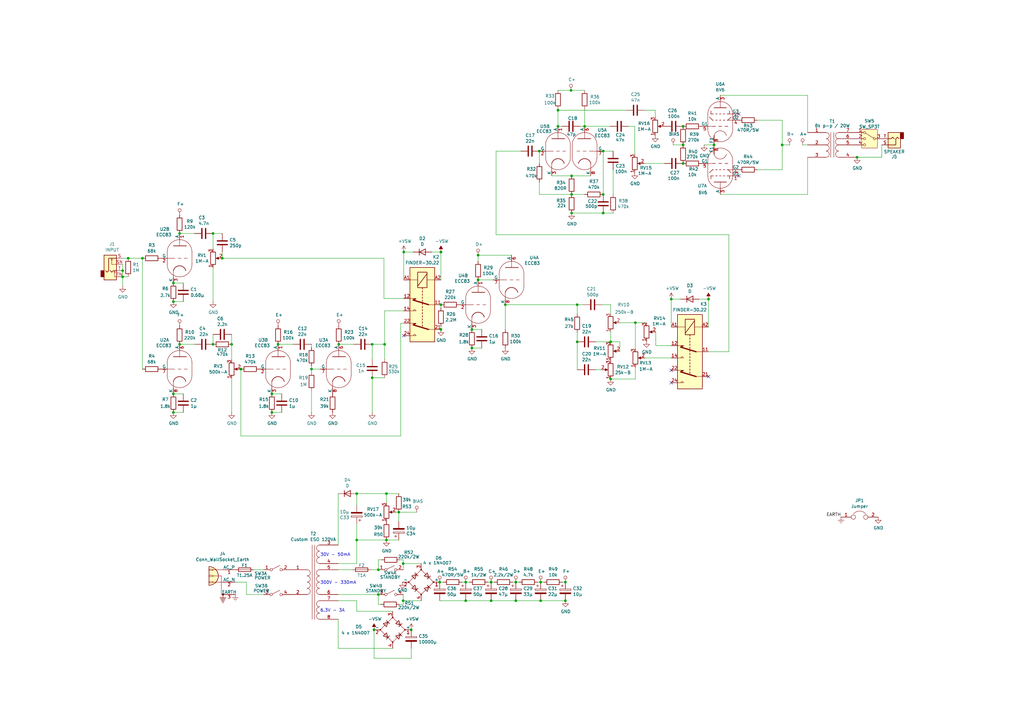
<source format=kicad_sch>
(kicad_sch (version 20250114) (generator "eeschema") (generator_version "9.0")
  (paper "A3")
  (title_block (title "Dirty Greed") (date "2025-03-09") (rev "0") (company "A-wai Amplification"))
  (lib_symbols
    (symbol "Connector:AudioJack2"
      (property "Reference" "J" (at 0 8.89 0))
      (property "Value" "Connector_AudioJack2" (at 0 6.35 0))
      (symbol "AudioJack2_1_1"
        (pin passive line (at 5.08 2.54 180) (length 2.54) (name "~") (number "S"))
        (pin passive line (at 5.08 0 180) (length 2.54) (name "~") (number "T"))
      )
    )
    (symbol "Connector:AudioJack2_Switch"
      (property "Reference" "J" (at 0 11.43 0))
      (property "Value" "Connector_AudioJack2_Switch" (at 0 8.89 0))
      (symbol "AudioJack2_Switch_1_1"
        (pin passive line (at 5.08 5.08 180) (length 2.54) (name "~") (number "S"))
        (pin passive line (at 5.08 2.54 180) (length 2.54) (name "~") (number "SN"))
        (pin passive line (at 5.08 0 180) (length 2.54) (name "~") (number "T"))
        (pin passive line (at 5.08 -2.54 180) (length 2.54) (name "~") (number "TN"))
      )
    )
    (symbol "Connector:Conn_WallSocket_Earth" (pin_names (offset 0))
      (property "Reference" "J" (at 3.81 6.985 0))
      (property "Value" "Connector_Conn_WallSocket_Earth" (at 7.62 2.54 90))
      (symbol "Conn_WallSocket_Earth_1_1"
        (pin power_in line (at -5.08 5.08 0) (length 5.08) (name "AC_P") (number "1"))
        (pin power_in line (at -5.08 0 0) (length 5.08) (name "AC_N") (number "2"))
        (pin passive line (at -5.08 -5.08 0) (length 5.08) (name "EARTH") (number "3"))
      )
    )
    (symbol "Device:C" (pin_numbers (hide yes)) (pin_names (offset 0.254))
      (property "Reference" "C" (at 0.635 2.54 0))
      (property "Value" "C" (at 0.635 -2.54 0))
      (symbol "C_1_1"
        (pin passive line (at 0 3.81 270) (length 2.794) (name "~") (number "1"))
        (pin passive line (at 0 -3.81 90) (length 2.794) (name "~") (number "2"))
      )
    )
    (symbol "Device:CP" (pin_numbers (hide yes)) (pin_names (offset 0.254))
      (property "Reference" "C" (at 0.635 2.54 0))
      (property "Value" "Device_CP" (at 0.635 -2.54 0))
      (symbol "CP_1_1"
        (pin passive line (at 0 3.81 270) (length 2.794) (name "~") (number "1"))
        (pin passive line (at 0 -3.81 90) (length 2.794) (name "~") (number "2"))
      )
    )
    (symbol "Device:D" (pin_numbers (hide yes)) (pin_names (offset 1.016) (hide yes))
      (property "Reference" "D" (at 0 2.54 0))
      (property "Value" "D" (at 0 -2.54 0))
      (symbol "D_1_1"
        (pin passive line (at -3.81 0 0) (length 2.54) (name "K") (number "1"))
        (pin passive line (at 3.81 0 180) (length 2.54) (name "A") (number "2"))
      )
    )
    (symbol "Device:D_Bridge_+-AA" (pin_names (offset 0))
      (property "Reference" "D" (at 2.54 6.985 0))
      (property "Value" "D_Bridge_+-AA" (at 2.54 5.08 0))
      (symbol "D_Bridge_+-AA_1_1"
        (pin passive line (at -7.62 0 0) (length 2.54) (name "-") (number "2"))
        (pin passive line (at 0 7.62 270) (length 2.54) (name "~") (number "3"))
        (pin passive line (at 0 -7.62 90) (length 2.54) (name "~") (number "4"))
        (pin passive line (at 7.62 0 180) (length 2.54) (name "+") (number "1"))
      )
    )
    (symbol "Device:Fuse" (pin_numbers (hide yes)) (pin_names (offset 0))
      (property "Reference" "F" (at 2.032 0 90))
      (property "Value" "Fuse" (at -1.905 0 90))
      (symbol "Fuse_1_1"
        (pin passive line (at 0 3.81 270) (length 1.27) (name "~") (number "1"))
        (pin passive line (at 0 -3.81 90) (length 1.27) (name "~") (number "2"))
      )
    )
    (symbol "Device:Jumper" (pin_names (offset 0.762) (hide yes))
      (property "Reference" "JP" (at 0 3.81 0))
      (property "Value" "Device_Jumper" (at 0 -2.032 0))
      (symbol "Jumper_0_1"
        (pin passive line (at -7.62 0 0) (length 4.191) (name "1") (number "1"))
        (pin passive line (at 7.62 0 180) (length 4.191) (name "2") (number "2"))
      )
    )
    (symbol "Device:R" (pin_numbers (hide yes)) (pin_names (offset 0))
      (property "Reference" "R" (at 2.032 0 90))
      (property "Value" "R" (at 0 0 90))
      (symbol "R_1_1"
        (pin passive line (at 0 3.81 270) (length 1.27) (name "~") (number "1"))
        (pin passive line (at 0 -3.81 90) (length 1.27) (name "~") (number "2"))
      )
    )
    (symbol "Device:R_POT" (pin_names (offset 1.016) (hide yes))
      (property "Reference" "RV" (at -4.445 0 90))
      (property "Value" "Device_R_POT" (at -2.54 0 90))
      (symbol "R_POT_1_1"
        (pin passive line (at 0 3.81 270) (length 1.27) (name "1") (number "1"))
        (pin passive line (at 0 -3.81 90) (length 1.27) (name "3") (number "3"))
        (pin passive line (at 3.81 0 180) (length 1.27) (name "2") (number "2"))
      )
    )
    (symbol "Project:A+" (power) (pin_names (offset 0))
      (property "Value" "A+" (at 0 3.81 0))
      (symbol "A+_1_1"
        (pin power_in line (at 0 0 90) (length 0) (hide yes) (name "A+") (number "1"))
      )
    )
    (symbol "Project:B+" (power) (pin_names (offset 0))
      (property "Value" "B+" (at 0 3.81 0))
      (symbol "B+_1_1"
        (pin power_in line (at 0 0 90) (length 0) (hide yes) (name "B+") (number "1"))
      )
    )
    (symbol "Project:BIAS" (power) (pin_names (offset 0))
      (property "Value" "BIAS" (at 0 3.81 0))
      (symbol "BIAS_1_1"
        (pin power_in line (at 0 0 90) (length 0) (hide yes) (name "BIAS") (number "1"))
      )
    )
    (symbol "Project:C+" (power) (pin_names (offset 0))
      (property "Value" "C+" (at 0 3.81 0))
      (symbol "C+_1_1"
        (pin power_in line (at 0 0 90) (length 0) (hide yes) (name "C+") (number "1"))
      )
    )
    (symbol "Project:D+" (power) (pin_names (offset 0))
      (property "Value" "D+" (at 0 3.81 0))
      (symbol "D+_1_1"
        (pin power_in line (at 0 0 90) (length 0) (hide yes) (name "D+") (number "1"))
      )
    )
    (symbol "Project:E+" (power) (pin_names (offset 0))
      (property "Value" "E+" (at 0 3.81 0))
      (symbol "E+_1_1"
        (pin power_in line (at 0 0 90) (length 0) (hide yes) (name "E+") (number "1"))
      )
    )
    (symbol "Project:F+" (power) (pin_names (offset 0))
      (property "Value" "F+" (at 0 3.81 0))
      (symbol "F+_1_1"
        (pin power_in line (at 0 0 90) (length 0) (hide yes) (name "F+") (number "1"))
      )
    )
    (symbol "Project:Transformer_1P_3S" (pin_names (offset 1.016) (hide yes))
      (property "Reference" "T" (at 0 17.78 0))
      (property "Value" "Transformer_1P_3S" (at 0 -17.526 0))
      (symbol "Transformer_1P_3S_1_1"
        (pin passive line (at -10.16 5.08 0) (length 7.62) (name "AA") (number "1"))
        (pin passive line (at -10.16 -5.08 0) (length 7.62) (name "AB") (number "2"))
        (pin passive line (at 10.16 15.24 180) (length 7.62) (name "SA") (number "3"))
        (pin passive line (at 10.16 7.62 180) (length 7.62) (name "SB") (number "4"))
        (pin passive line (at 10.16 5.08 180) (length 7.62) (name "SC") (number "5"))
        (pin passive line (at 10.16 -5.08 180) (length 7.62) (name "SD") (number "6"))
        (pin passive line (at 10.16 -7.62 180) (length 7.62) (name "SE") (number "7"))
        (pin passive line (at 10.16 -15.24 180) (length 7.62) (name "SF") (number "8"))
      )
    )
    (symbol "Project:Transformer_SP_S2S" (pin_names (offset 1.016) (hide yes))
      (property "Reference" "T" (at 0 6.35 0))
      (property "Value" "Transformer_SP_S2S" (at 0 -7.62 0))
      (symbol "Transformer_SP_S2S_1_1"
        (pin passive line (at -10.16 5.08 0) (length 7.62) (name "PR1") (number "1"))
        (pin passive line (at -10.16 0 0) (length 7.62) (name "PM") (number "2"))
        (pin passive line (at -10.16 -5.08 0) (length 7.62) (name "PR2") (number "3"))
        (pin passive line (at 10.16 5.08 180) (length 7.62) (name "S4") (number "7"))
        (pin passive line (at 10.16 2.54 180) (length 7.62) (name "S3") (number "6"))
        (pin passive line (at 10.16 0 180) (length 7.62) (name "S2") (number "5"))
        (pin passive line (at 10.16 -5.08 180) (length 7.62) (name "S1") (number "4"))
      )
    )
    (symbol "Relay:FINDER-30.22"
      (property "Reference" "K" (at 16.51 3.81 0))
      (property "Value" "FINDER-30.22" (at 16.51 1.27 0))
      (symbol "FINDER-30.22_1_1"
        (pin passive line (at -10.16 7.62 270) (length 2.54) (name "~") (number "A1"))
        (pin passive line (at -10.16 -7.62 90) (length 2.54) (name "~") (number "A2"))
        (pin passive line (at -2.54 7.62 270) (length 2.54) (name "~") (number "12"))
        (pin passive line (at 0 -7.62 90) (length 2.54) (name "~") (number "11"))
        (pin passive line (at 2.54 7.62 270) (length 2.54) (name "~") (number "14"))
        (pin passive line (at 7.62 7.62 270) (length 2.54) (name "~") (number "22"))
        (pin passive line (at 10.16 -7.62 90) (length 2.54) (name "~") (number "21"))
        (pin passive line (at 12.7 7.62 270) (length 2.54) (name "~") (number "24"))
      )
    )
    (symbol "Switch:SW_DPST_x2" (pin_names (offset 0) (hide yes))
      (property "Reference" "SW" (at 0 3.175 0))
      (property "Value" "SW_DPST_x2" (at 0 -2.54 0))
      (symbol "SW_DPST_x2_1_1"
        (pin passive line (at -5.08 0 0) (length 2.54) (name "A") (number "1"))
        (pin passive line (at 5.08 0 180) (length 2.54) (name "B") (number "2"))
      )
      (symbol "SW_DPST_x2_2_1"
        (pin passive line (at -5.08 0 0) (length 2.54) (name "A") (number "3"))
        (pin passive line (at 5.08 0 180) (length 2.54) (name "B") (number "4"))
      )
    )
    (symbol "Switch:SW_SP3T" (pin_names (offset 0) (hide yes))
      (property "Reference" "SW" (at 0 5.08 0))
      (property "Value" "SW_SP3T" (at 0 -5.08 0))
      (symbol "SW_SP3T_1_1"
        (pin passive line (at -5.08 0 0) (length 2.54) (name "3") (number "3"))
        (pin passive line (at 5.08 2.54 180) (length 2.54) (name "1") (number "1"))
        (pin passive line (at 5.08 0 180) (length 2.54) (name "2") (number "2"))
        (pin passive line (at 5.08 -2.54 180) (length 2.54) (name "4") (number "4"))
      )
    )
    (symbol "Valve:ECC83" (pin_names (offset 0))
      (property "Reference" "U" (at 3.302 7.874 0))
      (property "Value" "ECC83" (at 8.89 -7.62 0))
      (symbol "ECC83_1_1"
        (pin input line (at -7.62 0 0) (length 2.54) (name "G") (number "7"))
        (pin bidirectional line (at -2.54 -10.16 90) (length 2.54) (name "K") (number "8"))
        (pin output line (at 0 10.16 270) (length 2.54) (name "A") (number "6"))
      )
      (symbol "ECC83_2_1"
        (pin input line (at -7.62 0 0) (length 2.54) (name "G") (number "2"))
        (pin bidirectional line (at -2.54 -10.16 90) (length 2.54) (name "K") (number "3"))
        (pin output line (at 0 10.16 270) (length 2.54) (name "A") (number "1"))
      )
      (symbol "ECC83_3_1"
        (pin power_in line (at -2.54 -11.43 90) (length 5.08) (name "F1") (number "4"))
        (pin power_in line (at 0 -11.43 90) (length 5.08) (name "F2") (number "9"))
        (pin power_in line (at 2.54 -11.43 90) (length 5.08) (name "F1") (number "5"))
      )
    )
    (symbol "Valve:EL34" (pin_names (offset 0))
      (property "Reference" "U" (at 5.08 8.89 0))
      (property "Value" "EL34" (at 6.35 -7.62 0))
      (symbol "EL34_1_1"
        (pin input line (at -7.62 -1.27 0) (length 2.54) (name "G1") (number "5"))
        (pin power_in line (at -2.54 -8.89 90) (length 3.81) (name "F1") (number "8"))
        (pin output line (at 0 11.43 270) (length 2.54) (name "A") (number "3"))
        (pin input line (at 7.62 3.81 180) (length 2.54) (name "G3") (number "1"))
        (pin input line (at 7.62 1.27 180) (length 2.54) (name "G2") (number "4"))
      )
      (symbol "EL34_2_1"
        (pin power_in line (at -2.54 -10.16 90) (length 3.81) (name "F1") (number "2"))
        (pin power_in line (at 2.54 -10.16 90) (length 3.81) (name "F2") (number "7"))
      )
    )
    (symbol "power:+VSW" (power) (pin_numbers (hide yes)) (pin_names (offset 0) (hide yes))
      (property "Value" "+VSW" (at 0 3.556 0))
      (symbol "+VSW_1_1"
        (pin power_in line (at 0 0 90) (length 0) (name "~") (number "1"))
      )
    )
    (symbol "power:-VSW" (power) (pin_numbers (hide yes)) (pin_names (offset 0) (hide yes))
      (property "Value" "-VSW" (at 0 3.556 0))
      (symbol "-VSW_0_0"
        (pin power_in line (at 0 0 90) (length 0) (name "~") (number "1"))
      )
    )
    (symbol "power:Earth" (power) (pin_numbers (hide yes)) (pin_names (offset 0) (hide yes))
      (property "Value" "Earth" (at 0 -3.81 0))
      (symbol "Earth_1_1"
        (pin power_in line (at 0 0 270) (length 0) (name "~") (number "1"))
      )
    )
    (symbol "power:GND" (power) (pin_numbers (hide yes)) (pin_names (offset 0) (hide yes))
      (property "Value" "GND" (at 0 -3.81 0))
      (symbol "GND_1_1"
        (pin power_in line (at 0 0 270) (length 0) (name "~") (number "1"))
      )
    )
  )
  (text "300V - 330mA" (at 131.318 239.776 0) (effects (font (size 1.27 1.27)) (justify left bottom)))
  (text "30V - 50mA" (at 131.318 228.346 0) (effects (font (size 1.27 1.27)) (justify left bottom)))
  (text "6.3V - 3A" (at 131.318 251.206 0) (effects (font (size 1.27 1.27)) (justify left bottom)))
  (junction (at 58.42 105.918))
  (junction (at 292.862 59.436))
  (junction (at 290.576 122.682))
  (junction (at 73.66 141.224))
  (junction (at 275.336 122.682))
  (junction (at 71.12 116.078))
  (junction (at 211.582 238.76))
  (junction (at 146.304 202.438))
  (junction (at 351.536 64.516))
  (junction (at 201.422 238.76))
  (junction (at 138.938 141.224))
  (junction (at 180.848 124.968))
  (junction (at 320.802 59.436))
  (junction (at 231.902 246.38))
  (junction (at 153.416 258.318))
  (junction (at 152.654 154.94))
  (junction (at 168.656 258.318))
  (junction (at 228.854 51.816))
  (junction (at 111.506 161.544))
  (junction (at 165.608 103.378))
  (junction (at 280.162 59.436))
  (junction (at 71.12 161.544))
  (junction (at 250.444 140.208))
  (junction (at 111.506 169.164))
  (junction (at 180.34 238.76))
  (junction (at 158.496 221.488))
  (junction (at 127.762 151.384))
  (junction (at 163.576 210.058))
  (junction (at 221.742 238.76))
  (junction (at 114.046 141.224))
  (junction (at 234.188 37.084))
  (junction (at 236.728 140.208))
  (junction (at 196.088 114.808))
  (junction (at 165.354 231.14))
  (junction (at 228.854 45.212))
  (junction (at 50.292 113.538))
  (junction (at 87.376 141.224))
  (junction (at 247.396 79.756))
  (junction (at 234.442 87.376))
  (junction (at 71.12 123.698))
  (junction (at 87.376 95.758))
  (junction (at 180.848 103.378))
  (junction (at 157.734 141.224))
  (junction (at 50.292 110.998))
  (junction (at 234.442 79.756))
  (junction (at 193.548 135.128))
  (junction (at 280.162 51.816))
  (junction (at 94.996 141.224))
  (junction (at 239.776 51.816))
  (junction (at 247.396 87.376))
  (junction (at 260.604 132.334))
  (junction (at 146.304 221.488))
  (junction (at 73.66 95.758))
  (junction (at 155.194 243.84))
  (junction (at 193.548 142.748))
  (junction (at 250.444 155.448))
  (junction (at 211.582 246.38))
  (junction (at 158.496 202.438))
  (junction (at 191.008 246.38))
  (junction (at 280.162 67.056))
  (junction (at 155.194 233.68))
  (junction (at 247.396 61.976))
  (junction (at 152.654 141.224))
  (junction (at 221.742 246.38))
  (junction (at 236.728 124.968))
  (junction (at 221.234 61.976))
  (junction (at 201.422 246.38))
  (junction (at 180.848 135.128))
  (junction (at 91.186 105.918))
  (junction (at 71.12 169.164))
  (junction (at 165.354 246.38))
  (junction (at 231.902 238.76))
  (junction (at 98.806 151.384))
  (junction (at 196.088 104.648))
  (junction (at 191.008 238.76))
  (junction (at 234.442 72.136))
  (junction (at 207.264 124.968))
  (junction (at 52.578 105.918))
  (no_connect (at 275.336 151.892))
  (no_connect (at 303.022 72.136))
  (no_connect (at 165.608 137.668))
  (no_connect (at 290.576 154.432))
  (no_connect (at 303.022 46.736))
  (no_connect (at 275.336 156.972))
  (wire (pts (xy 295.402 79.756) (xy 331.216 79.756)))
  (wire (pts (xy 247.396 87.376) (xy 251.46 87.376)))
  (wire (pts (xy 127.762 152.654) (xy 127.762 151.384)))
  (wire (pts (xy 101.092 238.76) (xy 101.092 243.84)))
  (wire (pts (xy 260.35 51.816) (xy 260.35 63.246)))
  (wire (pts (xy 268.986 136.144) (xy 268.986 141.732)))
  (wire (pts (xy 138.684 223.52) (xy 138.684 202.438)))
  (wire (pts (xy 228.854 44.704) (xy 228.854 45.212)))
  (wire (pts (xy 298.958 96.266) (xy 203.454 96.266)))
  (wire (pts (xy 75.184 161.544) (xy 71.12 161.544)))
  (wire (pts (xy 228.854 45.212) (xy 228.854 51.816)))
  (wire (pts (xy 331.216 39.116) (xy 295.402 39.116)))
  (wire (pts (xy 236.728 124.968) (xy 236.728 128.778)))
  (wire (pts (xy 165.354 247.904) (xy 165.354 246.38)))
  (wire (pts (xy 268.986 141.732) (xy 275.336 141.732)))
  (wire (pts (xy 180.848 133.858) (xy 180.848 135.128)))
  (wire (pts (xy 236.728 151.638) (xy 236.728 140.208)))
  (wire (pts (xy 202.692 238.76) (xy 201.422 238.76)))
  (wire (pts (xy 221.234 74.676) (xy 221.234 79.756)))
  (wire (pts (xy 127.762 151.384) (xy 127.762 150.114)))
  (wire (pts (xy 276.098 59.436) (xy 280.162 59.436)))
  (wire (pts (xy 138.684 233.68) (xy 144.526 233.68)))
  (wire (pts (xy 298.958 144.272) (xy 298.958 96.266)))
  (wire (pts (xy 320.802 49.276) (xy 320.802 59.436)))
  (wire (pts (xy 138.684 254) (xy 138.684 265.938)))
  (wire (pts (xy 138.684 231.14) (xy 146.304 231.14)))
  (wire (pts (xy 239.776 37.084) (xy 234.188 37.084)))
  (wire (pts (xy 168.656 265.938) (xy 168.656 270.002)))
  (wire (pts (xy 164.338 132.588) (xy 165.608 132.588)))
  (wire (pts (xy 331.216 39.116) (xy 331.216 54.356)))
  (wire (pts (xy 104.14 233.68) (xy 108.204 233.68)))
  (wire (pts (xy 114.046 141.224) (xy 120.142 141.224)))
  (wire (pts (xy 254.254 140.208) (xy 254.254 144.018)))
  (wire (pts (xy 157.48 122.428) (xy 165.608 122.428)))
  (wire (pts (xy 165.608 103.378) (xy 165.608 114.808)))
  (wire (pts (xy 155.194 229.616) (xy 156.464 229.616)))
  (wire (pts (xy 234.442 72.136) (xy 226.314 72.136)))
  (wire (pts (xy 211.582 238.76) (xy 212.852 238.76)))
  (wire (pts (xy 230.378 51.816) (xy 228.854 51.816)))
  (wire (pts (xy 91.186 105.918) (xy 157.48 105.918)))
  (wire (pts (xy 101.092 243.84) (xy 108.204 243.84)))
  (wire (pts (xy 91.186 95.758) (xy 87.376 95.758)))
  (wire (pts (xy 200.152 238.76) (xy 201.422 238.76)))
  (wire (pts (xy 50.292 105.918) (xy 52.578 105.918)))
  (wire (pts (xy 203.454 96.266) (xy 203.454 61.976)))
  (wire (pts (xy 168.656 270.002) (xy 153.416 270.002)))
  (wire (pts (xy 250.444 136.144) (xy 250.444 140.208)))
  (wire (pts (xy 221.234 67.056) (xy 221.234 61.976)))
  (wire (pts (xy 131.318 151.384) (xy 127.762 151.384)))
  (wire (pts (xy 310.642 69.596) (xy 320.802 69.596)))
  (wire (pts (xy 127.762 169.164) (xy 127.762 160.274)))
  (wire (pts (xy 237.998 51.816) (xy 239.776 51.816)))
  (wire (pts (xy 170.942 210.058) (xy 163.576 210.058)))
  (wire (pts (xy 180.848 126.238) (xy 180.848 124.968)))
  (wire (pts (xy 73.66 95.758) (xy 79.756 95.758)))
  (wire (pts (xy 196.088 104.648) (xy 209.804 104.648)))
  (wire (pts (xy 98.806 151.384) (xy 98.806 178.816)))
  (wire (pts (xy 264.16 67.056) (xy 272.542 67.056)))
  (wire (pts (xy 157.48 105.918) (xy 157.48 122.428)))
  (wire (pts (xy 210.312 238.76) (xy 211.582 238.76)))
  (wire (pts (xy 94.996 141.224) (xy 94.996 137.16)))
  (wire (pts (xy 152.654 154.94) (xy 152.654 169.164)))
  (wire (pts (xy 169.418 103.378) (xy 165.608 103.378)))
  (wire (pts (xy 236.728 124.968) (xy 239.268 124.968)))
  (wire (pts (xy 244.348 140.208) (xy 250.444 140.208)))
  (wire (pts (xy 221.234 79.756) (xy 234.442 79.756)))
  (wire (pts (xy 165.354 231.14) (xy 172.72 231.14)))
  (wire (pts (xy 250.444 140.208) (xy 254.254 140.208)))
  (wire (pts (xy 290.576 144.272) (xy 298.958 144.272)))
  (wire (pts (xy 207.264 124.968) (xy 207.264 135.128)))
  (wire (pts (xy 157.734 147.32) (xy 157.734 141.224)))
  (wire (pts (xy 50.292 110.998) (xy 50.292 113.538)))
  (wire (pts (xy 165.354 229.616) (xy 164.084 229.616)))
  (wire (pts (xy 331.216 64.516) (xy 331.216 79.756)))
  (wire (pts (xy 163.576 221.488) (xy 158.496 221.488)))
  (wire (pts (xy 94.996 147.574) (xy 94.996 141.224)))
  (wire (pts (xy 138.684 243.84) (xy 155.194 243.84)))
  (wire (pts (xy 50.292 108.458) (xy 50.292 110.998)))
  (wire (pts (xy 155.194 233.68) (xy 155.194 229.616)))
  (wire (pts (xy 75.184 116.078) (xy 71.12 116.078)))
  (wire (pts (xy 155.194 243.84) (xy 155.194 247.904)))
  (wire (pts (xy 87.376 95.758) (xy 87.376 102.108)))
  (wire (pts (xy 250.19 51.816) (xy 239.776 51.816)))
  (wire (pts (xy 111.506 169.164) (xy 115.57 169.164)))
  (wire (pts (xy 87.376 137.16) (xy 87.376 141.224)))
  (wire (pts (xy 191.008 238.76) (xy 192.532 238.76)))
  (wire (pts (xy 264.414 45.212) (xy 268.732 45.212)))
  (wire (pts (xy 138.684 265.938) (xy 161.036 265.938)))
  (wire (pts (xy 310.642 49.276) (xy 320.802 49.276)))
  (wire (pts (xy 320.802 59.436) (xy 320.802 69.596)))
  (wire (pts (xy 87.376 123.698) (xy 87.376 109.728)))
  (wire (pts (xy 203.454 61.976) (xy 213.614 61.976)))
  (wire (pts (xy 260.604 150.622) (xy 260.604 155.448)))
  (wire (pts (xy 239.776 51.816) (xy 239.776 44.704)))
  (wire (pts (xy 146.304 231.14) (xy 146.304 221.488)))
  (wire (pts (xy 251.46 69.596) (xy 251.46 79.756)))
  (wire (pts (xy 202.184 114.808) (xy 196.088 114.808)))
  (wire (pts (xy 153.416 270.002) (xy 153.416 258.318)))
  (wire (pts (xy 165.608 127.508) (xy 157.734 127.508)))
  (wire (pts (xy 220.472 238.76) (xy 221.742 238.76)))
  (wire (pts (xy 50.292 113.538) (xy 50.292 117.348)))
  (wire (pts (xy 71.12 123.698) (xy 75.184 123.698)))
  (wire (pts (xy 351.536 64.516) (xy 361.696 64.516)))
  (wire (pts (xy 177.038 103.378) (xy 180.848 103.378)))
  (wire (pts (xy 96.52 238.76) (xy 101.092 238.76)))
  (wire (pts (xy 163.576 213.868) (xy 163.576 210.058)))
  (wire (pts (xy 52.578 113.538) (xy 50.292 113.538)))
  (wire (pts (xy 58.42 105.918) (xy 58.42 151.384)))
  (wire (pts (xy 254.254 132.334) (xy 260.604 132.334)))
  (wire (pts (xy 290.576 122.682) (xy 290.576 134.112)))
  (wire (pts (xy 157.734 127.508) (xy 157.734 141.224)))
  (wire (pts (xy 163.576 202.438) (xy 158.496 202.438)))
  (wire (pts (xy 247.396 79.756) (xy 247.396 61.976)))
  (wire (pts (xy 164.338 132.588) (xy 164.338 178.816)))
  (wire (pts (xy 152.654 147.32) (xy 152.654 141.224)))
  (wire (pts (xy 163.83 247.904) (xy 165.354 247.904)))
  (wire (pts (xy 146.304 202.438) (xy 158.496 202.438)))
  (wire (pts (xy 230.632 238.76) (xy 231.902 238.76)))
  (wire (pts (xy 98.806 178.816) (xy 164.338 178.816)))
  (wire (pts (xy 361.696 59.436) (xy 361.696 64.516)))
  (wire (pts (xy 221.742 246.38) (xy 231.902 246.38)))
  (wire (pts (xy 58.42 105.918) (xy 52.578 105.918)))
  (wire (pts (xy 94.996 169.164) (xy 94.996 155.194)))
  (wire (pts (xy 152.146 233.68) (xy 155.194 233.68)))
  (wire (pts (xy 260.604 132.334) (xy 265.176 132.334)))
  (wire (pts (xy 234.442 79.756) (xy 239.776 79.756)))
  (wire (pts (xy 268.732 45.212) (xy 268.732 48.006)))
  (wire (pts (xy 236.728 136.398) (xy 236.728 140.208)))
  (wire (pts (xy 201.422 246.38) (xy 211.582 246.38)))
  (wire (pts (xy 180.848 103.378) (xy 180.848 114.808)))
  (wire (pts (xy 247.396 87.376) (xy 234.442 87.376)))
  (wire (pts (xy 221.742 238.76) (xy 223.012 238.76)))
  (wire (pts (xy 127.762 142.494) (xy 127.762 141.224)))
  (wire (pts (xy 146.304 221.488) (xy 158.496 221.488)))
  (wire (pts (xy 157.734 141.224) (xy 152.654 141.224)))
  (wire (pts (xy 73.66 141.224) (xy 79.756 141.224)))
  (wire (pts (xy 323.85 59.436) (xy 320.802 59.436)))
  (wire (pts (xy 146.304 207.264) (xy 146.304 202.438)))
  (wire (pts (xy 165.354 231.14) (xy 165.354 229.616)))
  (wire (pts (xy 234.442 72.136) (xy 242.316 72.136)))
  (wire (pts (xy 161.036 250.698) (xy 146.304 250.698)))
  (wire (pts (xy 286.766 122.682) (xy 290.576 122.682)))
  (wire (pts (xy 165.354 246.38) (xy 172.72 246.38)))
  (wire (pts (xy 250.444 128.524) (xy 250.444 124.968)))
  (wire (pts (xy 91.186 103.378) (xy 91.186 105.918)))
  (wire (pts (xy 155.194 247.904) (xy 156.21 247.904)))
  (wire (pts (xy 257.81 51.816) (xy 260.35 51.816)))
  (wire (pts (xy 234.188 37.084) (xy 228.854 37.084)))
  (wire (pts (xy 275.336 122.682) (xy 275.336 134.112)))
  (wire (pts (xy 158.496 202.438) (xy 158.496 206.248)))
  (wire (pts (xy 256.794 45.212) (xy 228.854 45.212)))
  (wire (pts (xy 189.484 238.76) (xy 191.008 238.76)))
  (wire (pts (xy 146.304 246.38) (xy 138.684 246.38)))
  (wire (pts (xy 165.354 243.84) (xy 165.354 246.38)))
  (wire (pts (xy 71.12 169.164) (xy 75.184 169.164)))
  (wire (pts (xy 244.348 151.638) (xy 246.634 151.638)))
  (wire (pts (xy 146.304 214.884) (xy 146.304 221.488)))
  (wire (pts (xy 221.742 246.38) (xy 211.582 246.38)))
  (wire (pts (xy 260.604 132.334) (xy 260.604 143.002)))
  (wire (pts (xy 115.57 161.544) (xy 111.506 161.544)))
  (wire (pts (xy 251.46 61.976) (xy 247.396 61.976)))
  (wire (pts (xy 250.444 155.448) (xy 260.604 155.448)))
  (wire (pts (xy 162.306 210.058) (xy 163.576 210.058)))
  (wire (pts (xy 197.612 135.128) (xy 193.548 135.128)))
  (wire (pts (xy 196.088 104.648) (xy 196.088 107.188)))
  (wire (pts (xy 146.304 250.698) (xy 146.304 246.38)))
  (wire (pts (xy 193.548 142.748) (xy 197.612 142.748)))
  (wire (pts (xy 191.008 246.38) (xy 201.422 246.38)))
  (wire (pts (xy 207.264 124.968) (xy 236.728 124.968)))
  (wire (pts (xy 180.34 246.38) (xy 191.008 246.38)))
  (wire (pts (xy 180.34 238.76) (xy 181.864 238.76)))
  (wire (pts (xy 138.938 141.224) (xy 145.034 141.224)))
  (wire (pts (xy 264.414 146.812) (xy 275.336 146.812)))
  (wire (pts (xy 250.444 124.968) (xy 246.888 124.968)))
  (wire (pts (xy 165.354 233.68) (xy 165.354 231.14)))
  (wire (pts (xy 329.184 59.436) (xy 331.216 59.436)))
  (wire (pts (xy 279.146 122.682) (xy 275.336 122.682)))
  (wire (pts (xy 152.654 154.94) (xy 157.734 154.94)))
  (wire (pts (xy 288.798 59.436) (xy 292.862 59.436)))
  (label "EARTH" (at 344.932 212.09 180))
  (symbol (lib_id "Valve:ECC83") (at 228.854 61.976 0) (unit 2)
    (property "Reference" "U5" (at 221.488 51.816 0) (effects (justify left)))
    (property "Value" "ECC83" (at 219.964 53.848 0) (effects (justify left)))
    (property "Footprint" "Valve:Valve_Noval_P" (effects (hide yes)))
    (property "Datasheet" "http://www.r-type.org/pdfs/ecc83.pdf" (effects (hide yes)))
  )
  (symbol (lib_id "Valve:ECC83") (at 239.776 61.976 0) (mirror y) (unit 1)
    (property "Reference" "U5" (at 248.92 53.34 0) (effects (justify left)))
    (property "Value" "ECC83" (at 250.19 55.626 0) (effects (justify left)))
    (property "Footprint" "Valve:Valve_Noval_P" (effects (hide yes)))
    (property "Datasheet" "http://www.r-type.org/pdfs/ecc83.pdf" (effects (hide yes)))
  )
  (symbol (lib_id "Connector:AudioJack2_Switch") (at 45.212 110.998 0) (unit 1)
    (property "Reference" "J1" (at 45.9994 100.1014 0))
    (property "Value" "INPUT" (at 45.9994 102.4636 0))
  )
  (symbol (lib_id "Relay:FINDER-30.22") (at 173.228 124.968 90) (mirror x) (unit 1)
    (property "Reference" "K2" (at 180.1876 105.41 90) (effects (justify left)))
    (property "Value" "FINDER-30.22" (at 180.1876 107.7722 90) (effects (justify left)))
    (property "Footprint" "Relay_THT:Relay_DPDT_Finder_30.22" (effects (hide yes)))
    (property "Datasheet" "http://gfinder.findernet.com/assets/Series/354/S30EN.pdf" (effects (hide yes)))
  )
  (symbol (lib_id "power:Earth") (at 344.932 212.09 0) (unit 1)
    (property "Reference" "#PWR026" (effects (hide yes)))
    (property "Value" "Earth" (effects (hide yes)))
  )
  (symbol (lib_id "Device:R") (at 221.234 70.866 0) (unit 1)
    (property "Reference" "R32" (at 217.932 69.342 0))
    (property "Value" "470k" (at 217.932 72.136 0))
  )
  (symbol (lib_id "Device:R") (at 239.776 40.894 180) (unit 1)
    (property "Reference" "R36" (at 243.967 39.7002 0))
    (property "Value" "100k" (at 243.967 42.0624 0))
  )
  (symbol (lib_id "Valve:ECC83") (at 73.66 105.918 0) (unit 2)
    (property "Reference" "U2" (at 65.532 93.98 0) (effects (justify left)))
    (property "Value" "ECC83" (at 64.008 96.266 0) (effects (justify left)))
    (property "Footprint" "Valve:Valve_Noval_P" (effects (hide yes)))
    (property "Datasheet" "http://www.r-type.org/pdfs/ecc83.pdf" (effects (hide yes)))
  )
  (symbol (lib_id "Device:R") (at 73.66 91.948 0) (unit 1)
    (property "Reference" "R9" (at 77.851 90.7542 0))
    (property "Value" "120k" (at 77.851 93.1164 0))
  )
  (symbol (lib_id "power:GND") (at 71.12 123.698 0) (unit 1)
    (property "Reference" "#PWR03" (effects (hide yes)))
    (property "Value" "GND" (at 71.247 128.143 0))
  )
  (symbol (lib_id "Device:R") (at 71.12 119.888 0) (unit 1)
    (property "Reference" "R6" (at 67.818 118.364 0))
    (property "Value" "2.7k" (at 67.818 121.158 0))
  )
  (symbol (lib_id "Device:R") (at 62.23 105.918 270) (unit 1)
    (property "Reference" "R3" (at 62.23 100.584 90))
    (property "Value" "68k" (at 62.23 102.9462 90))
  )
  (symbol (lib_id "Device:C") (at 75.184 119.888 0) (unit 1)
    (property "Reference" "C1" (at 78.105 118.6942 0) (effects (justify left)))
    (property "Value" "0.68µ" (at 78.105 121.0564 0) (effects (justify left)))
  )
  (symbol (lib_id "Device:C") (at 83.566 95.758 270) (unit 1)
    (property "Reference" "C3" (at 81.3816 89.281 90) (effects (justify left)))
    (property "Value" "4.7n" (at 81.3816 91.6432 90) (effects (justify left)))
  )
  (symbol (lib_id "Device:R_POT") (at 87.376 105.918 0) (mirror x) (unit 1)
    (property "Reference" "RV1" (at 82.8294 104.7242 0))
    (property "Value" "1M-A" (at 82.8294 107.0864 0))
  )
  (symbol (lib_id "power:GND") (at 87.376 123.698 0) (unit 1)
    (property "Reference" "#PWR05" (effects (hide yes)))
    (property "Value" "GND" (at 87.503 128.143 0))
  )
  (symbol (lib_id "Device:C") (at 91.186 99.568 0) (unit 1)
    (property "Reference" "C5" (at 94.107 98.3742 0) (effects (justify left)))
    (property "Value" "250p" (at 94.107 100.7364 0) (effects (justify left)))
  )
  (symbol (lib_id "Valve:ECC83") (at 73.66 151.384 0) (unit 1)
    (property "Reference" "U2" (at 65.532 139.446 0) (effects (justify left)))
    (property "Value" "ECC83" (at 64.008 141.732 0) (effects (justify left)))
    (property "Footprint" "Valve:Valve_Noval_P" (effects (hide yes)))
    (property "Datasheet" "http://www.r-type.org/pdfs/ecc83.pdf" (effects (hide yes)))
  )
  (symbol (lib_id "Device:R") (at 73.66 137.414 0) (unit 1)
    (property "Reference" "R10" (at 77.851 136.2202 0))
    (property "Value" "220k" (at 77.851 138.5824 0))
  )
  (symbol (lib_id "power:GND") (at 71.12 169.164 0) (unit 1)
    (property "Reference" "#PWR04" (effects (hide yes)))
    (property "Value" "GND" (at 71.247 173.609 0))
  )
  (symbol (lib_id "Device:R") (at 71.12 165.354 0) (unit 1)
    (property "Reference" "R7" (at 67.818 163.83 0))
    (property "Value" "1.8k" (at 67.818 166.624 0))
  )
  (symbol (lib_id "Device:R") (at 62.23 151.384 270) (unit 1)
    (property "Reference" "R4" (at 62.23 146.05 90))
    (property "Value" "68k" (at 62.23 148.4122 90))
  )
  (symbol (lib_id "Device:C") (at 75.184 165.354 0) (unit 1)
    (property "Reference" "C2" (at 78.105 164.1602 0) (effects (justify left)))
    (property "Value" "1µ" (at 78.105 166.5224 0) (effects (justify left)))
  )
  (symbol (lib_id "Device:C") (at 83.566 141.224 270) (unit 1)
    (property "Reference" "C4" (at 81.6864 134.747 90) (effects (justify left)))
    (property "Value" "22n" (at 81.6864 137.1092 90) (effects (justify left)))
  )
  (symbol (lib_id "Device:R") (at 91.186 141.224 270) (unit 1)
    (property "Reference" "R12" (at 91.186 143.51 90))
    (property "Value" "470k" (at 91.186 145.288 90))
  )
  (symbol (lib_id "Device:C") (at 91.186 137.16 270) (unit 1)
    (property "Reference" "C6" (at 89.0016 130.683 90) (effects (justify left)))
    (property "Value" "2.2n" (at 89.0016 133.0452 90) (effects (justify left)))
  )
  (symbol (lib_id "Device:R_POT") (at 94.996 151.384 0) (mirror x) (unit 1)
    (property "Reference" "RV3" (at 89.4588 150.1902 0))
    (property "Value" "500k-A" (at 89.4588 152.5524 0))
  )
  (symbol (lib_id "Device:R") (at 102.616 151.384 270) (unit 1)
    (property "Reference" "R13" (at 102.616 146.05 90))
    (property "Value" "470k" (at 102.616 148.4122 90))
  )
  (symbol (lib_id "Valve:ECC83") (at 114.046 151.384 0) (unit 2)
    (property "Reference" "U3" (at 105.918 139.446 0) (effects (justify left)))
    (property "Value" "ECC83" (at 104.394 141.732 0) (effects (justify left)))
    (property "Footprint" "Valve:Valve_Noval_P" (effects (hide yes)))
    (property "Datasheet" "http://www.r-type.org/pdfs/ecc83.pdf" (effects (hide yes)))
  )
  (symbol (lib_id "Device:R") (at 114.046 137.414 0) (unit 1)
    (property "Reference" "R16" (at 118.237 136.2202 0))
    (property "Value" "100k" (at 118.237 138.5824 0))
  )
  (symbol (lib_id "power:GND") (at 111.506 169.164 0) (unit 1)
    (property "Reference" "#PWR08" (effects (hide yes)))
    (property "Value" "GND" (at 111.633 173.609 0))
  )
  (symbol (lib_id "Device:R") (at 111.506 165.354 0) (unit 1)
    (property "Reference" "R15" (at 108.204 163.83 0))
    (property "Value" "1.8k" (at 108.204 166.624 0))
  )
  (symbol (lib_id "Device:C") (at 115.57 165.354 0) (unit 1)
    (property "Reference" "C10" (at 118.491 164.1602 0) (effects (justify left)))
    (property "Value" "1µ" (at 118.491 166.5224 0) (effects (justify left)))
  )
  (symbol (lib_id "Device:C") (at 123.952 141.224 270) (unit 1)
    (property "Reference" "C12" (at 122.0724 134.747 90) (effects (justify left)))
    (property "Value" "22n" (at 122.0724 137.1092 90) (effects (justify left)))
  )
  (symbol (lib_id "power:GND") (at 94.996 169.164 0) (unit 1)
    (property "Reference" "#PWR06" (effects (hide yes)))
    (property "Value" "GND" (at 95.123 173.609 0))
  )
  (symbol (lib_id "Device:R") (at 127.762 156.464 0) (unit 1)
    (property "Reference" "R19" (at 124.46 154.94 0))
    (property "Value" "1M" (at 124.46 157.734 0))
  )
  (symbol (lib_id "Device:R") (at 127.762 146.304 180) (unit 1)
    (property "Reference" "R18" (at 124.46 145.542 0))
    (property "Value" "470k" (at 123.952 147.828 0))
  )
  (symbol (lib_id "Device:R") (at 236.728 132.588 0) (unit 1)
    (property "Reference" "R45" (at 233.426 131.064 0))
    (property "Value" "27k" (at 233.426 133.858 0))
  )
  (symbol (lib_id "power:GND") (at 127.762 169.164 0) (unit 1)
    (property "Reference" "#PWR09" (effects (hide yes)))
    (property "Value" "GND" (at 127.889 173.609 0))
  )
  (symbol (lib_id "Valve:ECC83") (at 138.938 151.384 0) (unit 1)
    (property "Reference" "U3" (at 130.81 139.446 0) (effects (justify left)))
    (property "Value" "ECC83" (at 129.286 141.732 0) (effects (justify left)))
    (property "Footprint" "Valve:Valve_Noval_P" (effects (hide yes)))
    (property "Datasheet" "http://www.r-type.org/pdfs/ecc83.pdf" (effects (hide yes)))
  )
  (symbol (lib_id "Device:R") (at 138.938 137.414 0) (unit 1)
    (property "Reference" "R23" (at 143.129 136.2202 0))
    (property "Value" "100k" (at 143.129 138.5824 0))
  )
  (symbol (lib_id "power:GND") (at 136.398 169.164 0) (unit 1)
    (property "Reference" "#PWR011" (effects (hide yes)))
    (property "Value" "GND" (at 136.525 173.609 0))
  )
  (symbol (lib_id "Device:R") (at 136.398 165.354 0) (unit 1)
    (property "Reference" "R21" (at 133.096 163.83 0))
    (property "Value" "39k" (at 133.096 166.624 0))
  )
  (symbol (lib_id "Device:C") (at 148.844 141.224 270) (unit 1)
    (property "Reference" "C14" (at 146.9644 134.747 90) (effects (justify left)))
    (property "Value" "22n" (at 146.9644 137.1092 90) (effects (justify left)))
  )
  (symbol (lib_id "Device:R") (at 184.658 124.968 270) (unit 1)
    (property "Reference" "R27" (at 184.658 119.634 90))
    (property "Value" "220k" (at 184.658 121.9962 90))
  )
  (symbol (lib_id "Valve:ECC83") (at 196.088 124.968 0) (unit 2)
    (property "Reference" "U4" (at 187.96 113.03 0) (effects (justify left)))
    (property "Value" "ECC83" (at 186.436 115.316 0) (effects (justify left)))
    (property "Footprint" "Valve:Valve_Noval_P" (effects (hide yes)))
    (property "Datasheet" "http://www.r-type.org/pdfs/ecc83.pdf" (effects (hide yes)))
  )
  (symbol (lib_id "Device:R") (at 196.088 110.998 0) (unit 1)
    (property "Reference" "R29" (at 200.279 109.8042 0))
    (property "Value" "100k" (at 200.279 112.1664 0))
  )
  (symbol (lib_id "power:GND") (at 193.548 142.748 0) (unit 1)
    (property "Reference" "#PWR017" (effects (hide yes)))
    (property "Value" "GND" (at 193.675 147.193 0))
  )
  (symbol (lib_id "Device:R") (at 193.548 138.938 0) (unit 1)
    (property "Reference" "R28" (at 190.246 137.414 0))
    (property "Value" "1.8k" (at 190.246 140.208 0))
  )
  (symbol (lib_id "Device:C") (at 197.612 138.938 0) (unit 1)
    (property "Reference" "C16" (at 200.533 137.7442 0) (effects (justify left)))
    (property "Value" "1µ" (at 200.533 140.1064 0) (effects (justify left)))
  )
  (symbol (lib_id "Valve:ECC83") (at 209.804 114.808 0) (unit 1)
    (property "Reference" "U4" (at 217.17 105.664 0) (effects (justify left)))
    (property "Value" "ECC83" (at 215.138 107.95 0) (effects (justify left)))
    (property "Footprint" "Valve:Valve_Noval_P" (effects (hide yes)))
    (property "Datasheet" "http://www.r-type.org/pdfs/ecc83.pdf" (effects (hide yes)))
  )
  (symbol (lib_id "power:GND") (at 207.264 142.748 0) (unit 1)
    (property "Reference" "#PWR018" (effects (hide yes)))
    (property "Value" "GND" (at 207.391 147.193 0))
  )
  (symbol (lib_id "Device:R") (at 207.264 138.938 0) (unit 1)
    (property "Reference" "R30" (at 211.455 137.7442 0))
    (property "Value" "100k" (at 211.455 140.1064 0))
  )
  (symbol (lib_id "power:GND") (at 180.848 135.128 0) (unit 1)
    (property "Reference" "#PWR016" (effects (hide yes)))
    (property "Value" "GND" (at 180.975 139.573 0))
  )
  (symbol (lib_id "Device:R") (at 157.734 151.13 0) (unit 1)
    (property "Reference" "R25" (at 161.29 150.368 0))
    (property "Value" "330k" (at 161.544 152.4 0))
  )
  (symbol (lib_id "Device:C") (at 152.654 151.13 0) (unit 1)
    (property "Reference" "C15" (at 146.05 149.86 0) (effects (justify left)))
    (property "Value" "1n" (at 146.812 152.146 0) (effects (justify left)))
  )
  (symbol (lib_id "power:GND") (at 152.654 169.164 0) (unit 1)
    (property "Reference" "#PWR013" (effects (hide yes)))
    (property "Value" "GND" (at 152.781 173.609 0))
  )
  (symbol (lib_id "Device:C") (at 243.078 124.968 270) (unit 1)
    (property "Reference" "C21" (at 240.5888 118.491 90) (effects (justify left)))
    (property "Value" "500p" (at 240.5888 120.8532 90) (effects (justify left)))
  )
  (symbol (lib_id "Device:R_POT") (at 250.444 132.334 0) (mirror x) (unit 1)
    (property "Reference" "RV10" (at 255.778 124.968 0))
    (property "Value" "250k-B" (at 256.032 128.016 0))
  )
  (symbol (lib_id "Device:R_POT") (at 250.444 144.018 0) (mirror x) (unit 1)
    (property "Reference" "RV11" (at 245.8974 142.8242 0))
    (property "Value" "1M-A" (at 245.8974 145.1864 0))
  )
  (symbol (lib_id "Device:R_POT") (at 250.444 151.638 180) (unit 1)
    (property "Reference" "RV12" (at 255.4732 150.4442 0))
    (property "Value" "25k-B" (at 255.4732 152.8064 0))
  )
  (symbol (lib_id "Device:C") (at 240.538 140.208 270) (unit 1)
    (property "Reference" "C19" (at 238.6584 133.731 90) (effects (justify left)))
    (property "Value" "22n" (at 238.6584 136.0932 90) (effects (justify left)))
  )
  (symbol (lib_id "Device:C") (at 240.538 151.638 270) (unit 1)
    (property "Reference" "C20" (at 238.6584 145.161 90) (effects (justify left)))
    (property "Value" "22n" (at 238.6584 147.5232 90) (effects (justify left)))
  )
  (symbol (lib_id "Device:R_POT") (at 260.604 146.812 0) (mirror x) (unit 1)
    (property "Reference" "RV13" (at 264.668 148.844 0))
    (property "Value" "1M-A" (at 264.922 151.384 0))
  )
  (symbol (lib_id "power:GND") (at 250.444 155.448 0) (unit 1)
    (property "Reference" "#PWR020" (effects (hide yes)))
    (property "Value" "GND" (at 250.571 159.893 0))
  )
  (symbol (lib_id "Relay:FINDER-30.22") (at 282.956 144.272 90) (mirror x) (unit 1)
    (property "Reference" "K3" (at 289.9156 124.714 90) (effects (justify left)))
    (property "Value" "FINDER-30.22" (at 289.9156 127.0762 90) (effects (justify left)))
    (property "Footprint" "Relay_THT:Relay_DPDT_Finder_30.22" (effects (hide yes)))
    (property "Datasheet" "http://gfinder.findernet.com/assets/Series/354/S30EN.pdf" (effects (hide yes)))
  )
  (symbol (lib_id "Device:R_POT") (at 265.176 136.144 0) (mirror x) (unit 1)
    (property "Reference" "RV14" (at 270.51 130.556 0))
    (property "Value" "1M-A" (at 270.256 132.842 0))
  )
  (symbol (lib_id "power:GND") (at 265.176 139.954 0) (unit 1)
    (property "Reference" "#PWR021" (effects (hide yes)))
    (property "Value" "GND" (at 265.303 144.399 0))
  )
  (symbol (lib_id "power:GND") (at 50.292 117.348 0) (unit 1)
    (property "Reference" "#PWR01" (effects (hide yes)))
    (property "Value" "GND" (at 50.419 121.793 0))
  )
  (symbol (lib_id "Device:R") (at 52.578 109.728 0) (unit 1)
    (property "Reference" "R1" (at 55.7784 108.5342 0))
    (property "Value" "1M" (at 55.7784 110.8964 0))
  )
  (symbol (lib_id "Project:B+") (at 323.85 59.436 0) (unit 1)
    (property "Reference" "#PWR047" (effects (hide yes)))
    (property "Value" "B+" (at 324.2818 54.991 0))
  )
  (symbol (lib_id "Project:C+") (at 234.188 37.084 0) (unit 1)
    (property "Reference" "#PWR044" (effects (hide yes)))
    (property "Value" "C+" (at 234.6198 32.639 0))
  )
  (symbol (lib_id "Project:D+") (at 196.088 104.648 0) (unit 1)
    (property "Reference" "#PWR043" (effects (hide yes)))
    (property "Value" "D+" (at 196.5198 100.203 0))
  )
  (symbol (lib_id "Project:E+") (at 138.938 133.604 0) (unit 1)
    (property "Reference" "#PWR037" (effects (hide yes)))
    (property "Value" "E+" (at 139.3698 129.159 0))
  )
  (symbol (lib_id "Project:F+") (at 73.66 133.604 0) (unit 1)
    (property "Reference" "#PWR024" (effects (hide yes)))
    (property "Value" "F+" (at 74.0918 129.159 0))
  )
  (symbol (lib_id "Project:A+") (at 329.184 59.436 0) (unit 1)
    (property "Reference" "#PWR048" (effects (hide yes)))
    (property "Value" "A+" (at 329.6158 54.991 0))
  )
  (symbol (lib_id "Project:E+") (at 114.046 133.604 0) (unit 1)
    (property "Reference" "#PWR033" (effects (hide yes)))
    (property "Value" "E+" (at 114.4778 129.159 0))
  )
  (symbol (lib_id "Project:F+") (at 73.66 88.138 0) (unit 1)
    (property "Reference" "#PWR015" (effects (hide yes)))
    (property "Value" "F+" (at 74.0918 83.693 0))
  )
  (symbol (lib_id "power:-VSW") (at 180.848 103.378 0) (unit 1)
    (property "Reference" "#PWR042" (effects (hide yes)))
    (property "Value" "-VSW" (at 181.229 98.933 0))
  )
  (symbol (lib_id "power:+VSW") (at 165.608 103.378 0) (unit 1)
    (property "Reference" "#PWR039" (effects (hide yes)))
    (property "Value" "+VSW" (at 165.989 98.933 0))
  )
  (symbol (lib_id "power:+VSW") (at 275.336 122.682 0) (unit 1)
    (property "Reference" "#PWR045" (effects (hide yes)))
    (property "Value" "+VSW" (at 275.717 118.237 0))
  )
  (symbol (lib_id "power:-VSW") (at 290.576 122.682 0) (unit 1)
    (property "Reference" "#PWR046" (effects (hide yes)))
    (property "Value" "-VSW" (at 290.957 118.237 0))
  )
  (symbol (lib_id "Device:R") (at 180.848 130.048 0) (unit 1)
    (property "Reference" "R26" (at 184.9628 128.8542 0))
    (property "Value" "2.2M" (at 184.9628 131.2164 0))
  )
  (symbol (lib_id "Device:CP") (at 201.422 242.57 0) (unit 1)
    (property "Reference" "C28" (at 204.4446 241.3762 0) (effects (justify left)))
    (property "Value" "47µ" (at 204.4446 243.7384 0) (effects (justify left)))
  )
  (symbol (lib_id "Device:R") (at 234.442 75.946 180) (unit 1)
    (property "Reference" "R34" (at 230.124 74.93 0))
    (property "Value" "820R" (at 229.87 77.216 0))
  )
  (symbol (lib_id "Device:R") (at 243.586 79.756 270) (unit 1)
    (property "Reference" "R37" (at 243.586 74.422 90))
    (property "Value" "470k" (at 243.586 76.7842 90))
  )
  (symbol (lib_id "Device:R") (at 234.442 83.566 180) (unit 1)
    (property "Reference" "R35" (at 230.124 82.296 0))
    (property "Value" "22k" (at 230.378 84.328 0))
  )
  (symbol (lib_id "Device:C") (at 247.396 83.566 0) (unit 1)
    (property "Reference" "C22" (at 241.046 82.55 0) (effects (justify left)))
    (property "Value" "500p" (at 240.03 84.582 0) (effects (justify left)))
  )
  (symbol (lib_id "Device:C") (at 251.46 65.786 0) (unit 1)
    (property "Reference" "C23" (at 252.476 68.072 0) (effects (justify left)))
    (property "Value" "100n" (at 252.222 70.358 0) (effects (justify left)))
  )
  (symbol (lib_id "Device:R") (at 251.46 83.566 180) (unit 1)
    (property "Reference" "R38" (at 255.651 82.3722 0))
    (property "Value" "470k" (at 255.651 84.7344 0))
  )
  (symbol (lib_id "power:GND") (at 234.442 87.376 0) (unit 1)
    (property "Reference" "#PWR019" (effects (hide yes)))
    (property "Value" "GND" (at 234.569 91.821 0))
  )
  (symbol (lib_id "Device:R") (at 228.854 40.894 0) (unit 1)
    (property "Reference" "R33" (at 225.552 39.37 0))
    (property "Value" "100k" (at 225.552 42.164 0))
  )
  (symbol (lib_id "Device:C") (at 234.188 51.816 270) (unit 1)
    (property "Reference" "C18" (at 232.918 48.514 90) (effects (justify left)))
    (property "Value" "47p" (at 232.41 55.118 90) (effects (justify left)))
  )
  (symbol (lib_id "Project:C+") (at 201.422 238.76 0) (unit 1)
    (property "Reference" "#PWR028" (effects (hide yes)))
    (property "Value" "C+" (at 201.8538 234.315 0))
  )
  (symbol (lib_id "Device:CP") (at 211.582 242.57 0) (unit 1)
    (property "Reference" "C29" (at 214.6046 241.3762 0) (effects (justify left)))
    (property "Value" "33µ" (at 214.6046 243.7384 0) (effects (justify left)))
  )
  (symbol (lib_id "Device:CP") (at 221.742 242.57 0) (unit 1)
    (property "Reference" "C31" (at 224.7646 241.3762 0) (effects (justify left)))
    (property "Value" "22µ" (at 224.7646 243.7384 0) (effects (justify left)))
  )
  (symbol (lib_id "Project:D+") (at 211.582 238.76 0) (unit 1)
    (property "Reference" "#PWR029" (effects (hide yes)))
    (property "Value" "D+" (at 212.0138 234.315 0))
  )
  (symbol (lib_id "Project:E+") (at 221.742 238.76 0) (unit 1)
    (property "Reference" "#PWR032" (effects (hide yes)))
    (property "Value" "E+" (at 222.1738 234.315 0))
  )
  (symbol (lib_id "Device:CP") (at 231.902 242.57 0) (unit 1)
    (property "Reference" "C32" (at 234.9246 241.3762 0) (effects (justify left)))
    (property "Value" "10µ" (at 234.9246 243.7384 0) (effects (justify left)))
  )
  (symbol (lib_id "Project:F+") (at 231.902 238.76 0) (unit 1)
    (property "Reference" "#PWR034" (effects (hide yes)))
    (property "Value" "F+" (at 232.3338 234.315 0))
  )
  (symbol (lib_id "power:GND") (at 231.902 246.38 0) (unit 1)
    (property "Reference" "#PWR035" (effects (hide yes)))
    (property "Value" "GND" (at 232.029 250.825 0))
  )
  (symbol (lib_id "Device:R") (at 206.502 238.76 270) (unit 1)
    (property "Reference" "R46" (at 206.502 233.426 90))
    (property "Value" "2.2k/2W" (at 206.502 235.7882 90))
  )
  (symbol (lib_id "Device:R") (at 216.662 238.76 270) (unit 1)
    (property "Reference" "R48" (at 216.662 233.426 90))
    (property "Value" "4.7k" (at 216.662 235.7882 90))
  )
  (symbol (lib_id "Device:R") (at 226.822 238.76 270) (unit 1)
    (property "Reference" "R49" (at 226.822 233.426 90))
    (property "Value" "10k" (at 226.822 235.7882 90))
  )
  (symbol (lib_id "Device:C") (at 217.424 61.976 270) (unit 1)
    (property "Reference" "C17" (at 215.4936 55.499 90) (effects (justify left)))
    (property "Value" "22n" (at 215.4936 57.8612 90) (effects (justify left)))
  )
  (symbol (lib_id "Device:D_Bridge_+-AA") (at 172.72 238.76 0) (unit 1)
    (property "Reference" "D6" (at 178.562 228.854 0) (effects (justify left)))
    (property "Value" "4 x 1N4007" (at 173.482 230.886 0) (effects (justify left)))
  )
  (symbol (lib_id "Device:R") (at 196.342 238.76 270) (unit 1)
    (property "Reference" "R55" (at 196.342 233.426 90))
    (property "Value" "1k/2W" (at 196.342 235.7882 90))
  )
  (symbol (lib_id "Project:B+") (at 191.008 238.76 0) (unit 1)
    (property "Reference" "#PWR055" (effects (hide yes)))
    (property "Value" "B+" (at 191.4398 234.315 0))
  )
  (symbol (lib_id "Device:R") (at 185.674 238.76 270) (unit 1)
    (property "Reference" "R54" (at 185.674 233.426 90))
    (property "Value" "470R/5W" (at 185.674 235.7882 90))
  )
  (symbol (lib_id "Project:A+") (at 180.34 238.76 0) (unit 1)
    (property "Reference" "#PWR054" (effects (hide yes)))
    (property "Value" "A+" (at 180.7718 234.315 0))
  )
  (symbol (lib_id "power:GND") (at 165.1 238.76 0) (unit 1)
    (property "Reference" "#PWR052" (effects (hide yes)))
    (property "Value" "GND" (at 165.1 242.062 0))
  )
  (symbol (lib_id "Device:D_Bridge_+-AA") (at 161.036 258.318 0) (unit 1)
    (property "Reference" "D5" (at 145.796 257.048 0) (effects (justify left)))
    (property "Value" "4 x 1N4007" (at 139.954 259.588 0) (effects (justify left)))
  )
  (symbol (lib_id "Device:D") (at 282.956 122.682 0) (unit 1)
    (property "Reference" "D3" (at 282.956 117.1194 0))
    (property "Value" "D" (at 282.956 119.4816 0))
  )
  (symbol (lib_id "Device:D") (at 173.228 103.378 0) (unit 1)
    (property "Reference" "D2" (at 173.228 97.8154 0))
    (property "Value" "D" (at 173.228 100.1776 0))
  )
  (symbol (lib_id "power:-VSW") (at 153.416 258.318 0) (unit 1)
    (property "Reference" "#PWR050" (effects (hide yes)))
    (property "Value" "-VSW" (at 153.797 253.873 0))
  )
  (symbol (lib_id "Device:CP") (at 191.008 242.57 0) (unit 1)
    (property "Reference" "C37" (at 194.0306 241.3762 0) (effects (justify left)))
    (property "Value" "50µ" (at 194.0306 243.7384 0) (effects (justify left)))
  )
  (symbol (lib_id "Device:CP") (at 180.34 242.57 0) (unit 1)
    (property "Reference" "C36" (at 183.3626 241.3762 0) (effects (justify left)))
    (property "Value" "50µ" (at 183.3626 243.7384 0) (effects (justify left)))
  )
  (symbol (lib_id "Device:CP") (at 168.656 262.128 0) (unit 1)
    (property "Reference" "C35" (at 171.6786 260.9342 0) (effects (justify left)))
    (property "Value" "10000µ" (at 171.6786 263.2964 0) (effects (justify left)))
  )
  (symbol (lib_id "power:+VSW") (at 168.656 258.318 0) (unit 1)
    (property "Reference" "#PWR053" (effects (hide yes)))
    (property "Value" "+VSW" (at 169.037 253.873 0))
  )
  (symbol (lib_id "Device:D") (at 142.494 202.438 0) (unit 1)
    (property "Reference" "D4" (at 142.494 196.8754 0))
    (property "Value" "D" (at 142.494 199.2376 0))
  )
  (symbol (lib_id "Device:CP") (at 146.304 211.074 180) (unit 1)
    (property "Reference" "C33" (at 143.2814 212.2678 0) (effects (justify left)))
    (property "Value" "10µ" (at 143.2814 209.9056 0) (effects (justify left)))
  )
  (symbol (lib_id "Device:R_POT") (at 158.496 210.058 0) (mirror x) (unit 1)
    (property "Reference" "RV17" (at 152.9588 208.8642 0))
    (property "Value" "500k-A" (at 152.9588 211.2264 0))
  )
  (symbol (lib_id "Device:R") (at 163.576 206.248 180) (unit 1)
    (property "Reference" "R53" (at 166.878 207.772 0))
    (property "Value" "39k" (at 166.878 204.978 0))
  )
  (symbol (lib_id "Device:CP") (at 163.576 217.678 0) (mirror x) (unit 1)
    (property "Reference" "C34" (at 166.5986 218.8718 0) (effects (justify left)))
    (property "Value" "10µ" (at 166.5986 216.5096 0) (effects (justify left)))
  )
  (symbol (lib_id "Device:R") (at 158.496 217.678 0) (mirror x) (unit 1)
    (property "Reference" "R50" (at 155.194 219.202 0))
    (property "Value" "39k" (at 155.194 216.408 0))
  )
  (symbol (lib_id "power:GND") (at 158.496 221.488 0) (unit 1)
    (property "Reference" "#PWR051" (effects (hide yes)))
    (property "Value" "GND" (at 158.623 225.933 0))
  )
  (symbol (lib_id "Project:Transformer_SP_S2S") (at 341.376 59.436 0) (unit 1)
    (property "Reference" "T1" (at 341.376 49.7332 0))
    (property "Value" "8k p-p / 20W" (at 341.376 51.562 0))
  )
  (symbol (lib_id "Valve:EL34") (at 295.402 50.546 0) (unit 1)
    (property "Reference" "U6" (at 295.402 34.4932 0))
    (property "Value" "6V6" (at 295.402 36.8554 0))
    (property "Footprint" "Valve:Valve_Octal" (effects (hide yes)))
    (property "Datasheet" "http://www.r-type.org/pdfs/el34.pdf" (effects (hide yes)))
  )
  (symbol (lib_id "Valve:EL34") (at 295.402 68.326 0) (mirror x) (unit 1)
    (property "Reference" "U7" (at 288.036 76.2 0))
    (property "Value" "6V6" (at 288.29 78.994 0))
    (property "Footprint" "Valve:Valve_Octal" (effects (hide yes)))
    (property "Datasheet" "http://www.r-type.org/pdfs/el34.pdf" (effects (hide yes)))
  )
  (symbol (lib_id "Project:Transformer_1P_3S") (at 128.524 238.76 0) (unit 1)
    (property "Reference" "T2" (at 128.524 218.8972 0))
    (property "Value" "Custom ESO 120VA" (at 128.524 221.2594 0))
  )
  (symbol (lib_id "Device:C") (at 254 51.816 270) (unit 1)
    (property "Reference" "C24" (at 252.476 55.372 90) (effects (justify left)))
    (property "Value" "47n" (at 252.476 57.404 90) (effects (justify left)))
  )
  (symbol (lib_id "Device:C") (at 260.604 45.212 270) (unit 1)
    (property "Reference" "C25" (at 258.7244 38.735 90) (effects (justify left)))
    (property "Value" "47n" (at 258.7244 41.0972 90) (effects (justify left)))
  )
  (symbol (lib_id "Device:R_POT") (at 260.35 67.056 0) (mirror x) (unit 1)
    (property "Reference" "RV15" (at 264.922 68.834 0))
    (property "Value" "1M-A" (at 264.414 71.12 0))
  )
  (symbol (lib_id "Device:R_POT") (at 268.732 51.816 0) (mirror x) (unit 1)
    (property "Reference" "RV16" (at 264.1854 50.6222 0))
    (property "Value" "1M-A" (at 264.1854 52.9844 0))
  )
  (symbol (lib_id "Device:R") (at 280.162 63.246 0) (unit 1)
    (property "Reference" "R40" (at 284.226 62.23 0))
    (property "Value" "270k" (at 283.972 64.262 0))
  )
  (symbol (lib_id "Device:R") (at 283.972 51.816 270) (unit 1)
    (property "Reference" "R41" (at 283.972 46.482 90))
    (property "Value" "10k" (at 283.972 48.8442 90))
  )
  (symbol (lib_id "Device:R") (at 283.972 67.056 270) (unit 1)
    (property "Reference" "R42" (at 284.48 69.342 90))
    (property "Value" "10k" (at 283.972 71.628 90))
  )
  (symbol (lib_id "Device:R") (at 280.162 55.626 0) (unit 1)
    (property "Reference" "R39" (at 284.734 55.118 0))
    (property "Value" "270k" (at 284.48 57.404 0))
  )
  (symbol (lib_id "power:GND") (at 288.798 59.436 0) (unit 1)
    (property "Reference" "#PWR025" (effects (hide yes)))
    (property "Value" "GND" (at 288.925 63.881 0))
  )
  (symbol (lib_id "Device:R") (at 306.832 49.276 270) (unit 1)
    (property "Reference" "R43" (at 306.832 51.562 90))
    (property "Value" "470R/5W" (at 306.832 53.34 90))
  )
  (symbol (lib_id "Device:R") (at 306.832 69.596 270) (unit 1)
    (property "Reference" "R44" (at 306.832 64.262 90))
    (property "Value" "470R/5W" (at 306.832 66.6242 90))
  )
  (symbol (lib_id "Device:C") (at 276.352 51.816 270) (unit 1)
    (property "Reference" "C26" (at 273.8628 45.339 90) (effects (justify left)))
    (property "Value" "100n" (at 273.8628 47.7012 90) (effects (justify left)))
  )
  (symbol (lib_id "Device:C") (at 276.352 67.056 270) (unit 1)
    (property "Reference" "C27" (at 274.828 70.866 90) (effects (justify left)))
    (property "Value" "100n" (at 273.812 73.152 90) (effects (justify left)))
  )
  (symbol (lib_id "power:GND") (at 260.35 70.866 0) (unit 1)
    (property "Reference" "#PWR022" (effects (hide yes)))
    (property "Value" "GND" (at 260.477 75.311 0))
  )
  (symbol (lib_id "power:GND") (at 268.732 55.626 0) (unit 1)
    (property "Reference" "#PWR023" (effects (hide yes)))
    (property "Value" "GND" (at 268.859 60.071 0))
  )
  (symbol (lib_id "power:GND") (at 360.172 212.09 0) (unit 1)
    (property "Reference" "#PWR027" (effects (hide yes)))
    (property "Value" "GND" (at 360.299 216.535 0))
  )
  (symbol (lib_id "Device:Jumper") (at 352.552 212.09 0) (unit 1)
    (property "Reference" "JP1" (at 352.552 205.2828 0))
    (property "Value" "Jumper" (at 352.552 207.645 0))
  )
  (symbol (lib_id "power:GND") (at 351.536 64.516 0) (unit 1)
    (property "Reference" "#PWR056" (effects (hide yes)))
    (property "Value" "GND" (at 351.663 68.961 0))
  )
  (symbol (lib_id "Connector:AudioJack2") (at 366.776 56.896 180) (unit 1)
    (property "Reference" "J5" (at 366.776 64.262 0))
    (property "Value" "SPEAKER" (at 366.776 62.23 0))
  )
  (symbol (lib_id "Switch:SW_SP3T") (at 356.616 56.896 0) (mirror y) (unit 1)
    (property "Reference" "SW5" (at 356.616 49.6062 0))
    (property "Value" "SW_SP3T" (at 356.616 51.9684 0))
  )
  (symbol (lib_id "Switch:SW_DPST_x2") (at 160.274 233.68 0) (unit 1)
    (property "Reference" "SW4" (at 160.02 234.95 0))
    (property "Value" "STANDBY" (at 160.02 236.728 0))
  )
  (symbol (lib_id "Switch:SW_DPST_x2") (at 160.274 243.84 0) (unit 2)
    (property "Reference" "SW4" (at 154.178 240.284 0))
    (property "Value" "STANDBY" (at 154.178 242.316 0))
  )
  (symbol (lib_id "Switch:SW_DPST_x2") (at 113.284 233.68 0) (unit 1)
    (property "Reference" "SW3" (at 106.934 235.204 0))
    (property "Value" "POWER" (at 107.696 236.982 0))
  )
  (symbol (lib_id "Switch:SW_DPST_x2") (at 113.284 243.84 0) (unit 2)
    (property "Reference" "SW3" (at 107.188 240.284 0))
    (property "Value" "POWER" (at 107.188 242.316 0))
  )
  (symbol (lib_id "Device:R") (at 160.02 247.904 270) (unit 1)
    (property "Reference" "R51" (at 167.894 247.396 90))
    (property "Value" "220k/2W" (at 167.64 249.174 90))
  )
  (symbol (lib_id "Device:R") (at 160.274 229.616 270) (unit 1)
    (property "Reference" "R52" (at 167.64 226.568 90))
    (property "Value" "220k/2W" (at 167.64 228.346 90))
  )
  (symbol (lib_id "Device:Fuse") (at 148.336 233.68 90) (unit 1)
    (property "Reference" "F2" (at 148.336 231.902 90))
    (property "Value" "T1A" (at 148.336 235.966 90))
  )
  (symbol (lib_id "Device:Fuse") (at 100.33 233.68 90) (unit 1)
    (property "Reference" "F1" (at 100.33 231.902 90))
    (property "Value" "T1.25A" (at 100.33 235.966 90))
  )
  (symbol (lib_id "Connector:Conn_WallSocket_Earth") (at 91.44 238.76 0) (mirror y) (unit 1)
    (property "Reference" "J4" (at 91.2622 227.8634 0) (effects (justify bottom)))
    (property "Value" "Conn_WallSocket_Earth" (at 91.2622 230.2256 0) (effects (justify bottom)))
  )
  (symbol (lib_id "power:Earth") (at 96.52 243.84 0) (unit 1)
    (property "Reference" "#PWR049" (effects (hide yes)))
    (property "Value" "Earth" (effects (hide yes)))
  )
  (symbol (lib_id "Project:BIAS") (at 170.942 210.058 0) (unit 1)
    (property "Reference" "#PWR?" (effects (hide yes)))
    (property "Value" "BIAS" (at 171.3738 205.613 0))
  )
  (symbol (lib_id "Project:BIAS") (at 276.098 59.436 0) (unit 1)
    (property "Reference" "#PWR?" (effects (hide yes)))
    (property "Value" "BIAS" (at 276.5298 54.991 0))
  )
)
</source>
